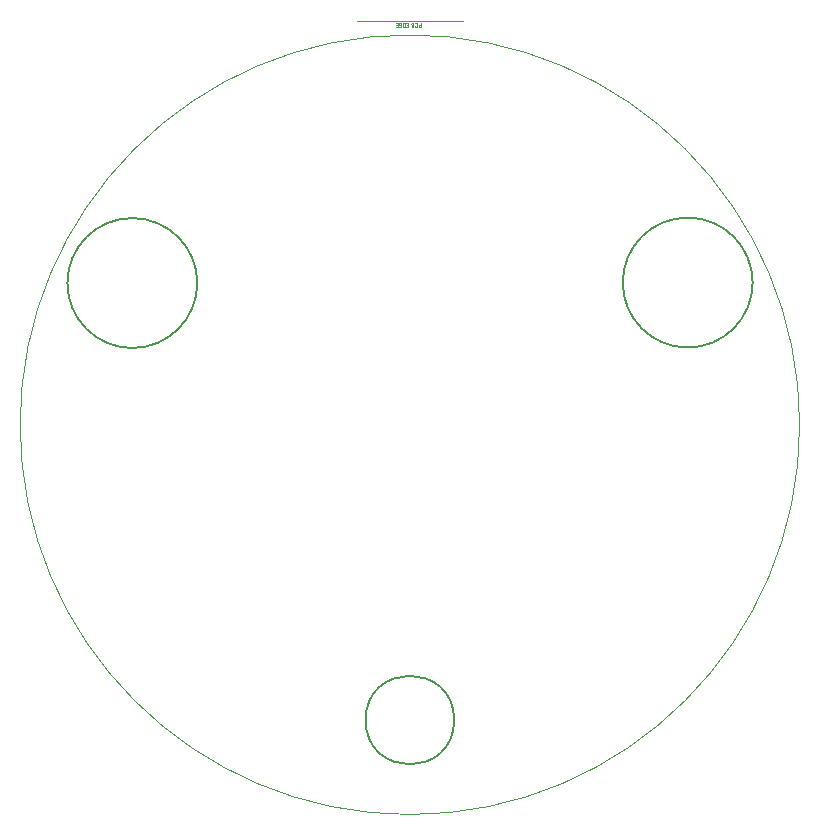
<source format=gbr>
%TF.GenerationSoftware,KiCad,Pcbnew,(7.0.0-0)*%
%TF.CreationDate,2023-04-23T02:23:08-05:00*%
%TF.ProjectId,RP2040_minimal,52503230-3430-45f6-9d69-6e696d616c2e,REV1*%
%TF.SameCoordinates,Original*%
%TF.FileFunction,Other,Comment*%
%FSLAX46Y46*%
G04 Gerber Fmt 4.6, Leading zero omitted, Abs format (unit mm)*
G04 Created by KiCad (PCBNEW (7.0.0-0)) date 2023-04-23 02:23:08*
%MOMM*%
%LPD*%
G01*
G04 APERTURE LIST*
%ADD10C,0.100000*%
%ADD11C,0.037500*%
%ADD12C,0.150000*%
%ADD13C,0.120000*%
G04 APERTURE END LIST*
D10*
X33000000Y0D02*
G75*
G03*
X33000000Y0I-33000000J0D01*
G01*
D11*
%TO.C,P1*%
X903571Y34004715D02*
X903571Y33704715D01*
X903571Y33704715D02*
X789285Y33704715D01*
X789285Y33704715D02*
X760714Y33719000D01*
X760714Y33719000D02*
X746428Y33733286D01*
X746428Y33733286D02*
X732142Y33761858D01*
X732142Y33761858D02*
X732142Y33804715D01*
X732142Y33804715D02*
X746428Y33833286D01*
X746428Y33833286D02*
X760714Y33847572D01*
X760714Y33847572D02*
X789285Y33861858D01*
X789285Y33861858D02*
X903571Y33861858D01*
X432142Y33976143D02*
X446428Y33990429D01*
X446428Y33990429D02*
X489285Y34004715D01*
X489285Y34004715D02*
X517857Y34004715D01*
X517857Y34004715D02*
X560714Y33990429D01*
X560714Y33990429D02*
X589285Y33961858D01*
X589285Y33961858D02*
X603571Y33933286D01*
X603571Y33933286D02*
X617857Y33876143D01*
X617857Y33876143D02*
X617857Y33833286D01*
X617857Y33833286D02*
X603571Y33776143D01*
X603571Y33776143D02*
X589285Y33747572D01*
X589285Y33747572D02*
X560714Y33719000D01*
X560714Y33719000D02*
X517857Y33704715D01*
X517857Y33704715D02*
X489285Y33704715D01*
X489285Y33704715D02*
X446428Y33719000D01*
X446428Y33719000D02*
X432142Y33733286D01*
X203571Y33847572D02*
X160714Y33861858D01*
X160714Y33861858D02*
X146428Y33876143D01*
X146428Y33876143D02*
X132142Y33904715D01*
X132142Y33904715D02*
X132142Y33947572D01*
X132142Y33947572D02*
X146428Y33976143D01*
X146428Y33976143D02*
X160714Y33990429D01*
X160714Y33990429D02*
X189285Y34004715D01*
X189285Y34004715D02*
X303571Y34004715D01*
X303571Y34004715D02*
X303571Y33704715D01*
X303571Y33704715D02*
X203571Y33704715D01*
X203571Y33704715D02*
X175000Y33719000D01*
X175000Y33719000D02*
X160714Y33733286D01*
X160714Y33733286D02*
X146428Y33761858D01*
X146428Y33761858D02*
X146428Y33790429D01*
X146428Y33790429D02*
X160714Y33819000D01*
X160714Y33819000D02*
X175000Y33833286D01*
X175000Y33833286D02*
X203571Y33847572D01*
X203571Y33847572D02*
X303571Y33847572D01*
X-176429Y33847572D02*
X-276429Y33847572D01*
X-319286Y34004715D02*
X-176429Y34004715D01*
X-176429Y34004715D02*
X-176429Y33704715D01*
X-176429Y33704715D02*
X-319286Y33704715D01*
X-447858Y34004715D02*
X-447858Y33704715D01*
X-447858Y33704715D02*
X-519287Y33704715D01*
X-519287Y33704715D02*
X-562144Y33719000D01*
X-562144Y33719000D02*
X-590715Y33747572D01*
X-590715Y33747572D02*
X-605001Y33776143D01*
X-605001Y33776143D02*
X-619287Y33833286D01*
X-619287Y33833286D02*
X-619287Y33876143D01*
X-619287Y33876143D02*
X-605001Y33933286D01*
X-605001Y33933286D02*
X-590715Y33961858D01*
X-590715Y33961858D02*
X-562144Y33990429D01*
X-562144Y33990429D02*
X-519287Y34004715D01*
X-519287Y34004715D02*
X-447858Y34004715D01*
X-905001Y33719000D02*
X-876429Y33704715D01*
X-876429Y33704715D02*
X-833572Y33704715D01*
X-833572Y33704715D02*
X-790715Y33719000D01*
X-790715Y33719000D02*
X-762144Y33747572D01*
X-762144Y33747572D02*
X-747858Y33776143D01*
X-747858Y33776143D02*
X-733572Y33833286D01*
X-733572Y33833286D02*
X-733572Y33876143D01*
X-733572Y33876143D02*
X-747858Y33933286D01*
X-747858Y33933286D02*
X-762144Y33961858D01*
X-762144Y33961858D02*
X-790715Y33990429D01*
X-790715Y33990429D02*
X-833572Y34004715D01*
X-833572Y34004715D02*
X-862144Y34004715D01*
X-862144Y34004715D02*
X-905001Y33990429D01*
X-905001Y33990429D02*
X-919287Y33976143D01*
X-919287Y33976143D02*
X-919287Y33876143D01*
X-919287Y33876143D02*
X-862144Y33876143D01*
X-1047858Y33847572D02*
X-1147858Y33847572D01*
X-1190715Y34004715D02*
X-1047858Y34004715D01*
X-1047858Y34004715D02*
X-1047858Y33704715D01*
X-1047858Y33704715D02*
X-1190715Y33704715D01*
D12*
%TO.C,H3*%
X3750000Y-25000000D02*
G75*
G03*
X3750000Y-25000000I-3750000J0D01*
G01*
D13*
%TO.C,P1*%
X4500000Y34220000D02*
X-4500000Y34220000D01*
D12*
%TO.C,H2*%
X-18000000Y12000000D02*
G75*
G03*
X-18000000Y12000000I-5500000J0D01*
G01*
%TO.C,H1*%
X29020000Y12040000D02*
G75*
G03*
X29020000Y12040000I-5500000J0D01*
G01*
%TD*%
M02*

</source>
